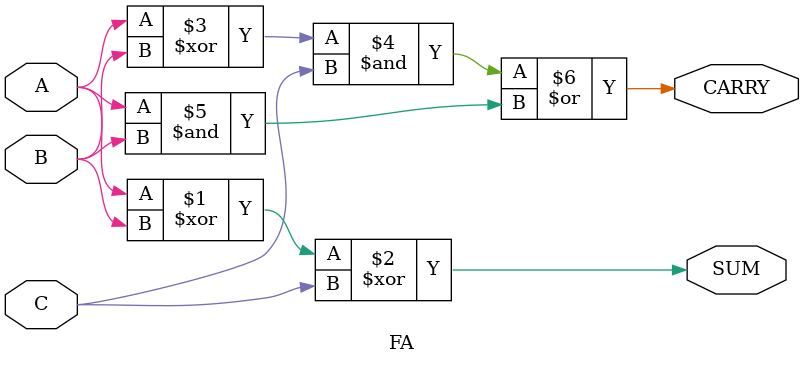
<source format=v>
`timescale 1ns / 1ps

module FA(A,B,C,SUM,CARRY);
input A,B,C;
output SUM,CARRY;
assign SUM=A^B^C;
assign CARRY=(A^B)&C|(A&B);
endmodule


</source>
